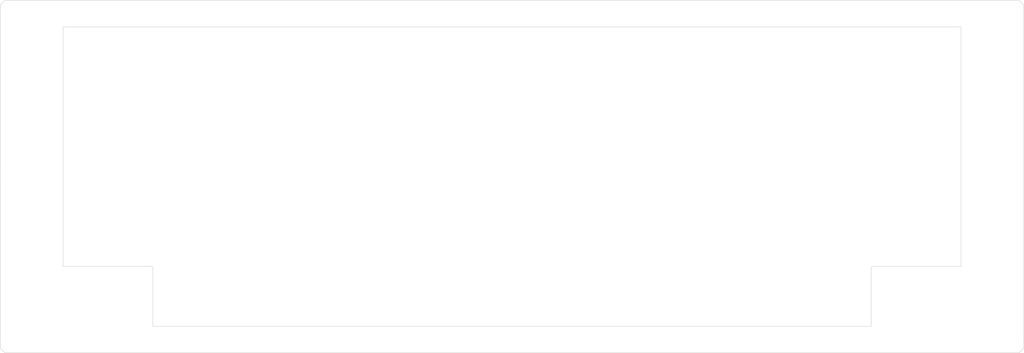
<source format=kicad_pcb>
(kicad_pcb (version 20171130) (host pcbnew "(5.1.10)-1")

  (general
    (thickness 1.6)
    (drawings 18)
    (tracks 0)
    (zones 0)
    (modules 10)
    (nets 1)
  )

  (page A4)
  (layers
    (0 F.Cu signal)
    (31 B.Cu signal)
    (32 B.Adhes user)
    (33 F.Adhes user)
    (34 B.Paste user)
    (35 F.Paste user)
    (36 B.SilkS user)
    (37 F.SilkS user)
    (38 B.Mask user)
    (39 F.Mask user)
    (40 Dwgs.User user)
    (41 Cmts.User user)
    (42 Eco1.User user)
    (43 Eco2.User user)
    (44 Edge.Cuts user)
    (45 Margin user)
    (46 B.CrtYd user)
    (47 F.CrtYd user)
    (48 B.Fab user)
    (49 F.Fab user)
  )

  (setup
    (last_trace_width 0.25)
    (user_trace_width 0.5)
    (user_trace_width 0.5)
    (user_trace_width 0.5)
    (user_trace_width 0.5)
    (trace_clearance 0.2)
    (zone_clearance 0.508)
    (zone_45_only no)
    (trace_min 0)
    (via_size 0.8)
    (via_drill 0.4)
    (via_min_size 0.4)
    (via_min_drill 0.3)
    (uvia_size 0.3)
    (uvia_drill 0.1)
    (uvias_allowed no)
    (uvia_min_size 0.2)
    (uvia_min_drill 0.1)
    (edge_width 0.1)
    (segment_width 0.2)
    (pcb_text_width 0.3)
    (pcb_text_size 1.5 1.5)
    (mod_edge_width 0.15)
    (mod_text_size 1 1)
    (mod_text_width 0.15)
    (pad_size 1.524 1.524)
    (pad_drill 0)
    (pad_to_mask_clearance 0)
    (aux_axis_origin 0 0)
    (grid_origin 47.625 47.625)
    (visible_elements 7FFFFFFF)
    (pcbplotparams
      (layerselection 0x01000_7ffffffe)
      (usegerberextensions true)
      (usegerberattributes false)
      (usegerberadvancedattributes false)
      (creategerberjobfile false)
      (excludeedgelayer true)
      (linewidth 0.100000)
      (plotframeref false)
      (viasonmask false)
      (mode 1)
      (useauxorigin false)
      (hpglpennumber 1)
      (hpglpenspeed 20)
      (hpglpendiameter 15.000000)
      (psnegative false)
      (psa4output false)
      (plotreference true)
      (plotvalue true)
      (plotinvisibletext false)
      (padsonsilk false)
      (subtractmaskfromsilk false)
      (outputformat 4)
      (mirror false)
      (drillshape 0)
      (scaleselection 1)
      (outputdirectory "../../../../../../../Desktop/"))
  )

  (net 0 "")

  (net_class Default "これはデフォルトのネット クラスです。"
    (clearance 0.2)
    (trace_width 0.25)
    (via_dia 0.8)
    (via_drill 0.4)
    (uvia_dia 0.3)
    (uvia_drill 0.1)
  )

  (module kbd_Hole:m2_Screw_Hole_EdgeCuts (layer F.Cu) (tedit 5DA73E67) (tstamp 60A2FDC4)
    (at 331.825 120.25)
    (descr "Mounting Hole 2.2mm, no annular, M2")
    (tags "mounting hole 2.2mm no annular m2")
    (path /629E70FB)
    (attr virtual)
    (fp_text reference J17 (at 0 -3.2) (layer F.Fab) hide
      (effects (font (size 1 1) (thickness 0.15)))
    )
    (fp_text value Conn_01x01 (at 0 3.2) (layer F.Fab) hide
      (effects (font (size 1 1) (thickness 0.15)))
    )
    (fp_circle (center 0 0) (end 1.1 0) (layer Edge.Cuts) (width 0.01))
    (fp_text user %R (at 0.3 0) (layer F.Fab) hide
      (effects (font (size 1 1) (thickness 0.15)))
    )
  )

  (module kbd_Hole:m2_Screw_Hole_EdgeCuts (layer F.Cu) (tedit 5DA73E67) (tstamp 60A2FDBE)
    (at 331.825 66.65)
    (descr "Mounting Hole 2.2mm, no annular, M2")
    (tags "mounting hole 2.2mm no annular m2")
    (path /629E70E7)
    (attr virtual)
    (fp_text reference J16 (at 0 -3.2) (layer F.Fab) hide
      (effects (font (size 1 1) (thickness 0.15)))
    )
    (fp_text value Conn_01x01 (at 0 3.2) (layer F.Fab) hide
      (effects (font (size 1 1) (thickness 0.15)))
    )
    (fp_circle (center 0 0) (end 1.1 0) (layer Edge.Cuts) (width 0.01))
    (fp_text user %R (at 0.3 0) (layer F.Fab) hide
      (effects (font (size 1 1) (thickness 0.15)))
    )
  )

  (module kbd_Hole:m2_Screw_Hole_EdgeCuts (layer F.Cu) (tedit 5DA73E67) (tstamp 60A2FDB8)
    (at 331.825 13.05)
    (descr "Mounting Hole 2.2mm, no annular, M2")
    (tags "mounting hole 2.2mm no annular m2")
    (path /5CC9EE7D)
    (attr virtual)
    (fp_text reference J15 (at 0 -3.2) (layer F.Fab) hide
      (effects (font (size 1 1) (thickness 0.15)))
    )
    (fp_text value Conn_01x01 (at 0 3.2) (layer F.Fab) hide
      (effects (font (size 1 1) (thickness 0.15)))
    )
    (fp_circle (center 0 0) (end 1.1 0) (layer Edge.Cuts) (width 0.01))
    (fp_text user %R (at 0.3 0) (layer F.Fab) hide
      (effects (font (size 1 1) (thickness 0.15)))
    )
  )

  (module kbd_Hole:m2_Screw_Hole_EdgeCuts (layer F.Cu) (tedit 5DA73E67) (tstamp 60A2FDB2)
    (at 234.325 120.25)
    (descr "Mounting Hole 2.2mm, no annular, M2")
    (tags "mounting hole 2.2mm no annular m2")
    (path /5CC48CD6)
    (attr virtual)
    (fp_text reference J14 (at 0 -3.2) (layer F.Fab) hide
      (effects (font (size 1 1) (thickness 0.15)))
    )
    (fp_text value Conn_01x01 (at 0 3.2) (layer F.Fab) hide
      (effects (font (size 1 1) (thickness 0.15)))
    )
    (fp_circle (center 0 0) (end 1.1 0) (layer Edge.Cuts) (width 0.01))
    (fp_text user %R (at 0.3 0) (layer F.Fab) hide
      (effects (font (size 1 1) (thickness 0.15)))
    )
  )

  (module kbd_Hole:m2_Screw_Hole_EdgeCuts (layer F.Cu) (tedit 5DA73E67) (tstamp 60A2FDAC)
    (at 108.575 120.25)
    (descr "Mounting Hole 2.2mm, no annular, M2")
    (tags "mounting hole 2.2mm no annular m2")
    (path /629102FD)
    (attr virtual)
    (fp_text reference J13 (at 0 -3.2) (layer F.Fab) hide
      (effects (font (size 1 1) (thickness 0.15)))
    )
    (fp_text value Conn_01x01 (at 0 3.2) (layer F.Fab) hide
      (effects (font (size 1 1) (thickness 0.15)))
    )
    (fp_circle (center 0 0) (end 1.1 0) (layer Edge.Cuts) (width 0.01))
    (fp_text user %R (at 0.3 0) (layer F.Fab) hide
      (effects (font (size 1 1) (thickness 0.15)))
    )
  )

  (module kbd_Hole:m2_Screw_Hole_EdgeCuts (layer F.Cu) (tedit 5DA73E67) (tstamp 60A2FDA6)
    (at 234.325 13.05)
    (descr "Mounting Hole 2.2mm, no annular, M2")
    (tags "mounting hole 2.2mm no annular m2")
    (path /629102E9)
    (attr virtual)
    (fp_text reference J12 (at 0 -3.2) (layer F.Fab) hide
      (effects (font (size 1 1) (thickness 0.15)))
    )
    (fp_text value Conn_01x01 (at 0 3.2) (layer F.Fab) hide
      (effects (font (size 1 1) (thickness 0.15)))
    )
    (fp_circle (center 0 0) (end 1.1 0) (layer Edge.Cuts) (width 0.01))
    (fp_text user %R (at 0.3 0) (layer F.Fab) hide
      (effects (font (size 1 1) (thickness 0.15)))
    )
  )

  (module kbd_Hole:m2_Screw_Hole_EdgeCuts (layer F.Cu) (tedit 5DA73E67) (tstamp 60A2FDA0)
    (at 108.575 13.05)
    (descr "Mounting Hole 2.2mm, no annular, M2")
    (tags "mounting hole 2.2mm no annular m2")
    (path /64540392)
    (attr virtual)
    (fp_text reference J11 (at 0 -3.2) (layer F.Fab) hide
      (effects (font (size 1 1) (thickness 0.15)))
    )
    (fp_text value Conn_01x01 (at 0 3.2) (layer F.Fab) hide
      (effects (font (size 1 1) (thickness 0.15)))
    )
    (fp_circle (center 0 0) (end 1.1 0) (layer Edge.Cuts) (width 0.01))
    (fp_text user %R (at 0.3 0) (layer F.Fab) hide
      (effects (font (size 1 1) (thickness 0.15)))
    )
  )

  (module kbd_Hole:m2_Screw_Hole_EdgeCuts (layer F.Cu) (tedit 5DA73E67) (tstamp 60A2FD9A)
    (at 11.075 120.25)
    (descr "Mounting Hole 2.2mm, no annular, M2")
    (tags "mounting hole 2.2mm no annular m2")
    (path /6454037E)
    (attr virtual)
    (fp_text reference J10 (at 0 -3.2) (layer F.Fab) hide
      (effects (font (size 1 1) (thickness 0.15)))
    )
    (fp_text value Conn_01x01 (at 0 3.2) (layer F.Fab) hide
      (effects (font (size 1 1) (thickness 0.15)))
    )
    (fp_circle (center 0 0) (end 1.1 0) (layer Edge.Cuts) (width 0.01))
    (fp_text user %R (at 0.3 0) (layer F.Fab) hide
      (effects (font (size 1 1) (thickness 0.15)))
    )
  )

  (module kbd_Hole:m2_Screw_Hole_EdgeCuts (layer F.Cu) (tedit 5DA73E67) (tstamp 60A2FD94)
    (at 11.075 66.65)
    (descr "Mounting Hole 2.2mm, no annular, M2")
    (tags "mounting hole 2.2mm no annular m2")
    (path /629E7105)
    (attr virtual)
    (fp_text reference J9 (at 0 -3.2) (layer F.Fab) hide
      (effects (font (size 1 1) (thickness 0.15)))
    )
    (fp_text value Conn_01x01 (at 0 3.2) (layer F.Fab) hide
      (effects (font (size 1 1) (thickness 0.15)))
    )
    (fp_circle (center 0 0) (end 1.1 0) (layer Edge.Cuts) (width 0.01))
    (fp_text user %R (at 0.3 0) (layer F.Fab) hide
      (effects (font (size 1 1) (thickness 0.15)))
    )
  )

  (module kbd_Hole:m2_Screw_Hole_EdgeCuts (layer F.Cu) (tedit 5DA73E67) (tstamp 60A2FD8E)
    (at 11.075 13.05)
    (descr "Mounting Hole 2.2mm, no annular, M2")
    (tags "mounting hole 2.2mm no annular m2")
    (path /629E70F1)
    (attr virtual)
    (fp_text reference J8 (at 0 -3.2) (layer F.Fab) hide
      (effects (font (size 1 1) (thickness 0.15)))
    )
    (fp_text value Conn_01x01 (at 0 3.2) (layer F.Fab) hide
      (effects (font (size 1 1) (thickness 0.15)))
    )
    (fp_circle (center 0 0) (end 1.1 0) (layer Edge.Cuts) (width 0.01))
    (fp_text user %R (at 0.3 0) (layer F.Fab) hide
      (effects (font (size 1 1) (thickness 0.15)))
    )
  )

  (gr_arc (start 56.65 95.75) (end 57.15 95.75) (angle -90) (layer Edge.Cuts) (width 0.15) (tstamp 61E1A2C8))
  (gr_arc (start 286.25 95.75) (end 286.25 95.25) (angle -90) (layer Edge.Cuts) (width 0.15))
  (gr_line (start 57.15 95.75) (end 57.15 114.3) (layer Edge.Cuts) (width 0.15))
  (gr_line (start 28.575 95.25) (end 56.65 95.25) (layer Edge.Cuts) (width 0.15))
  (gr_line (start 285.75 95.75) (end 285.75 114.3) (layer Edge.Cuts) (width 0.15))
  (gr_line (start 314.325 95.25) (end 286.25 95.25) (layer Edge.Cuts) (width 0.15))
  (gr_line (start 28.575 19.05) (end 314.325 19.05) (layer Edge.Cuts) (width 0.15))
  (gr_line (start 28.575 95.25) (end 28.575 19.05) (layer Edge.Cuts) (width 0.15))
  (gr_line (start 285.75 114.3) (end 57.15 114.3) (layer Edge.Cuts) (width 0.15))
  (gr_line (start 314.325 19.05) (end 314.325 95.25) (layer Edge.Cuts) (width 0.15))
  (gr_line (start 10.075 122.75) (end 8.575 121.25) (layer Edge.Cuts) (width 0.15) (tstamp 60883451))
  (gr_line (start 334.325 12.05) (end 332.825 10.55) (layer Edge.Cuts) (width 0.15) (tstamp 60883444))
  (gr_line (start 8.575 12.05) (end 10.075 10.55) (layer Edge.Cuts) (width 0.15) (tstamp 60883437))
  (gr_line (start 332.825 122.75) (end 334.325 121.25) (layer Edge.Cuts) (width 0.15))
  (gr_line (start 10.075 122.75) (end 332.825 122.75) (layer Edge.Cuts) (width 0.15))
  (gr_line (start 8.575 12.05) (end 8.575 121.25) (layer Edge.Cuts) (width 0.15))
  (gr_line (start 332.825 10.55) (end 10.075 10.55) (layer Edge.Cuts) (width 0.15))
  (gr_line (start 334.325 121.25) (end 334.325 12.05) (layer Edge.Cuts) (width 0.15))

)

</source>
